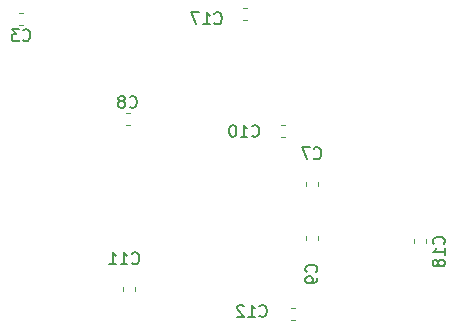
<source format=gbr>
G04 #@! TF.GenerationSoftware,KiCad,Pcbnew,(5.1.2-1)-1*
G04 #@! TF.CreationDate,2019-07-06T18:38:22+02:00*
G04 #@! TF.ProjectId,servonoid,73657276-6f6e-46f6-9964-2e6b69636164,rev?*
G04 #@! TF.SameCoordinates,Original*
G04 #@! TF.FileFunction,Legend,Bot*
G04 #@! TF.FilePolarity,Positive*
%FSLAX46Y46*%
G04 Gerber Fmt 4.6, Leading zero omitted, Abs format (unit mm)*
G04 Created by KiCad (PCBNEW (5.1.2-1)-1) date 2019-07-06 18:38:22*
%MOMM*%
%LPD*%
G04 APERTURE LIST*
%ADD10C,0.120000*%
%ADD11C,0.150000*%
G04 APERTURE END LIST*
D10*
X168654000Y-114838267D02*
X168654000Y-114495733D01*
X169674000Y-114838267D02*
X169674000Y-114495733D01*
X135224733Y-96395000D02*
X135567267Y-96395000D01*
X135224733Y-95375000D02*
X135567267Y-95375000D01*
X159510000Y-110012267D02*
X159510000Y-109669733D01*
X160530000Y-110012267D02*
X160530000Y-109669733D01*
X144584267Y-103884000D02*
X144241733Y-103884000D01*
X144584267Y-104904000D02*
X144241733Y-104904000D01*
X160530000Y-114269733D02*
X160530000Y-114612267D01*
X159510000Y-114269733D02*
X159510000Y-114612267D01*
X157421733Y-105920000D02*
X157764267Y-105920000D01*
X157421733Y-104900000D02*
X157764267Y-104900000D01*
X144016000Y-118930267D02*
X144016000Y-118587733D01*
X145036000Y-118930267D02*
X145036000Y-118587733D01*
X158554267Y-120394000D02*
X158211733Y-120394000D01*
X158554267Y-121414000D02*
X158211733Y-121414000D01*
X154490267Y-94994000D02*
X154147733Y-94994000D01*
X154490267Y-96014000D02*
X154147733Y-96014000D01*
D11*
X171172142Y-114927142D02*
X171219761Y-114879523D01*
X171267380Y-114736666D01*
X171267380Y-114641428D01*
X171219761Y-114498571D01*
X171124523Y-114403333D01*
X171029285Y-114355714D01*
X170838809Y-114308095D01*
X170695952Y-114308095D01*
X170505476Y-114355714D01*
X170410238Y-114403333D01*
X170315000Y-114498571D01*
X170267380Y-114641428D01*
X170267380Y-114736666D01*
X170315000Y-114879523D01*
X170362619Y-114927142D01*
X171267380Y-115879523D02*
X171267380Y-115308095D01*
X171267380Y-115593809D02*
X170267380Y-115593809D01*
X170410238Y-115498571D01*
X170505476Y-115403333D01*
X170553095Y-115308095D01*
X170695952Y-116450952D02*
X170648333Y-116355714D01*
X170600714Y-116308095D01*
X170505476Y-116260476D01*
X170457857Y-116260476D01*
X170362619Y-116308095D01*
X170315000Y-116355714D01*
X170267380Y-116450952D01*
X170267380Y-116641428D01*
X170315000Y-116736666D01*
X170362619Y-116784285D01*
X170457857Y-116831904D01*
X170505476Y-116831904D01*
X170600714Y-116784285D01*
X170648333Y-116736666D01*
X170695952Y-116641428D01*
X170695952Y-116450952D01*
X170743571Y-116355714D01*
X170791190Y-116308095D01*
X170886428Y-116260476D01*
X171076904Y-116260476D01*
X171172142Y-116308095D01*
X171219761Y-116355714D01*
X171267380Y-116450952D01*
X171267380Y-116641428D01*
X171219761Y-116736666D01*
X171172142Y-116784285D01*
X171076904Y-116831904D01*
X170886428Y-116831904D01*
X170791190Y-116784285D01*
X170743571Y-116736666D01*
X170695952Y-116641428D01*
X135562666Y-97672142D02*
X135610285Y-97719761D01*
X135753142Y-97767380D01*
X135848380Y-97767380D01*
X135991238Y-97719761D01*
X136086476Y-97624523D01*
X136134095Y-97529285D01*
X136181714Y-97338809D01*
X136181714Y-97195952D01*
X136134095Y-97005476D01*
X136086476Y-96910238D01*
X135991238Y-96815000D01*
X135848380Y-96767380D01*
X135753142Y-96767380D01*
X135610285Y-96815000D01*
X135562666Y-96862619D01*
X135229333Y-96767380D02*
X134610285Y-96767380D01*
X134943619Y-97148333D01*
X134800761Y-97148333D01*
X134705523Y-97195952D01*
X134657904Y-97243571D01*
X134610285Y-97338809D01*
X134610285Y-97576904D01*
X134657904Y-97672142D01*
X134705523Y-97719761D01*
X134800761Y-97767380D01*
X135086476Y-97767380D01*
X135181714Y-97719761D01*
X135229333Y-97672142D01*
X160186666Y-107672142D02*
X160234285Y-107719761D01*
X160377142Y-107767380D01*
X160472380Y-107767380D01*
X160615238Y-107719761D01*
X160710476Y-107624523D01*
X160758095Y-107529285D01*
X160805714Y-107338809D01*
X160805714Y-107195952D01*
X160758095Y-107005476D01*
X160710476Y-106910238D01*
X160615238Y-106815000D01*
X160472380Y-106767380D01*
X160377142Y-106767380D01*
X160234285Y-106815000D01*
X160186666Y-106862619D01*
X159853333Y-106767380D02*
X159186666Y-106767380D01*
X159615238Y-107767380D01*
X144579666Y-103321142D02*
X144627285Y-103368761D01*
X144770142Y-103416380D01*
X144865380Y-103416380D01*
X145008238Y-103368761D01*
X145103476Y-103273523D01*
X145151095Y-103178285D01*
X145198714Y-102987809D01*
X145198714Y-102844952D01*
X145151095Y-102654476D01*
X145103476Y-102559238D01*
X145008238Y-102464000D01*
X144865380Y-102416380D01*
X144770142Y-102416380D01*
X144627285Y-102464000D01*
X144579666Y-102511619D01*
X144008238Y-102844952D02*
X144103476Y-102797333D01*
X144151095Y-102749714D01*
X144198714Y-102654476D01*
X144198714Y-102606857D01*
X144151095Y-102511619D01*
X144103476Y-102464000D01*
X144008238Y-102416380D01*
X143817761Y-102416380D01*
X143722523Y-102464000D01*
X143674904Y-102511619D01*
X143627285Y-102606857D01*
X143627285Y-102654476D01*
X143674904Y-102749714D01*
X143722523Y-102797333D01*
X143817761Y-102844952D01*
X144008238Y-102844952D01*
X144103476Y-102892571D01*
X144151095Y-102940190D01*
X144198714Y-103035428D01*
X144198714Y-103225904D01*
X144151095Y-103321142D01*
X144103476Y-103368761D01*
X144008238Y-103416380D01*
X143817761Y-103416380D01*
X143722523Y-103368761D01*
X143674904Y-103321142D01*
X143627285Y-103225904D01*
X143627285Y-103035428D01*
X143674904Y-102940190D01*
X143722523Y-102892571D01*
X143817761Y-102844952D01*
X160377142Y-117308333D02*
X160424761Y-117260714D01*
X160472380Y-117117857D01*
X160472380Y-117022619D01*
X160424761Y-116879761D01*
X160329523Y-116784523D01*
X160234285Y-116736904D01*
X160043809Y-116689285D01*
X159900952Y-116689285D01*
X159710476Y-116736904D01*
X159615238Y-116784523D01*
X159520000Y-116879761D01*
X159472380Y-117022619D01*
X159472380Y-117117857D01*
X159520000Y-117260714D01*
X159567619Y-117308333D01*
X160472380Y-117784523D02*
X160472380Y-117975000D01*
X160424761Y-118070238D01*
X160377142Y-118117857D01*
X160234285Y-118213095D01*
X160043809Y-118260714D01*
X159662857Y-118260714D01*
X159567619Y-118213095D01*
X159520000Y-118165476D01*
X159472380Y-118070238D01*
X159472380Y-117879761D01*
X159520000Y-117784523D01*
X159567619Y-117736904D01*
X159662857Y-117689285D01*
X159900952Y-117689285D01*
X159996190Y-117736904D01*
X160043809Y-117784523D01*
X160091428Y-117879761D01*
X160091428Y-118070238D01*
X160043809Y-118165476D01*
X159996190Y-118213095D01*
X159900952Y-118260714D01*
X154947857Y-105767142D02*
X154995476Y-105814761D01*
X155138333Y-105862380D01*
X155233571Y-105862380D01*
X155376428Y-105814761D01*
X155471666Y-105719523D01*
X155519285Y-105624285D01*
X155566904Y-105433809D01*
X155566904Y-105290952D01*
X155519285Y-105100476D01*
X155471666Y-105005238D01*
X155376428Y-104910000D01*
X155233571Y-104862380D01*
X155138333Y-104862380D01*
X154995476Y-104910000D01*
X154947857Y-104957619D01*
X153995476Y-105862380D02*
X154566904Y-105862380D01*
X154281190Y-105862380D02*
X154281190Y-104862380D01*
X154376428Y-105005238D01*
X154471666Y-105100476D01*
X154566904Y-105148095D01*
X153376428Y-104862380D02*
X153281190Y-104862380D01*
X153185952Y-104910000D01*
X153138333Y-104957619D01*
X153090714Y-105052857D01*
X153043095Y-105243333D01*
X153043095Y-105481428D01*
X153090714Y-105671904D01*
X153138333Y-105767142D01*
X153185952Y-105814761D01*
X153281190Y-105862380D01*
X153376428Y-105862380D01*
X153471666Y-105814761D01*
X153519285Y-105767142D01*
X153566904Y-105671904D01*
X153614523Y-105481428D01*
X153614523Y-105243333D01*
X153566904Y-105052857D01*
X153519285Y-104957619D01*
X153471666Y-104910000D01*
X153376428Y-104862380D01*
X144787857Y-116562142D02*
X144835476Y-116609761D01*
X144978333Y-116657380D01*
X145073571Y-116657380D01*
X145216428Y-116609761D01*
X145311666Y-116514523D01*
X145359285Y-116419285D01*
X145406904Y-116228809D01*
X145406904Y-116085952D01*
X145359285Y-115895476D01*
X145311666Y-115800238D01*
X145216428Y-115705000D01*
X145073571Y-115657380D01*
X144978333Y-115657380D01*
X144835476Y-115705000D01*
X144787857Y-115752619D01*
X143835476Y-116657380D02*
X144406904Y-116657380D01*
X144121190Y-116657380D02*
X144121190Y-115657380D01*
X144216428Y-115800238D01*
X144311666Y-115895476D01*
X144406904Y-115943095D01*
X142883095Y-116657380D02*
X143454523Y-116657380D01*
X143168809Y-116657380D02*
X143168809Y-115657380D01*
X143264047Y-115800238D01*
X143359285Y-115895476D01*
X143454523Y-115943095D01*
X155582857Y-121007142D02*
X155630476Y-121054761D01*
X155773333Y-121102380D01*
X155868571Y-121102380D01*
X156011428Y-121054761D01*
X156106666Y-120959523D01*
X156154285Y-120864285D01*
X156201904Y-120673809D01*
X156201904Y-120530952D01*
X156154285Y-120340476D01*
X156106666Y-120245238D01*
X156011428Y-120150000D01*
X155868571Y-120102380D01*
X155773333Y-120102380D01*
X155630476Y-120150000D01*
X155582857Y-120197619D01*
X154630476Y-121102380D02*
X155201904Y-121102380D01*
X154916190Y-121102380D02*
X154916190Y-120102380D01*
X155011428Y-120245238D01*
X155106666Y-120340476D01*
X155201904Y-120388095D01*
X154249523Y-120197619D02*
X154201904Y-120150000D01*
X154106666Y-120102380D01*
X153868571Y-120102380D01*
X153773333Y-120150000D01*
X153725714Y-120197619D01*
X153678095Y-120292857D01*
X153678095Y-120388095D01*
X153725714Y-120530952D01*
X154297142Y-121102380D01*
X153678095Y-121102380D01*
X151772857Y-96242142D02*
X151820476Y-96289761D01*
X151963333Y-96337380D01*
X152058571Y-96337380D01*
X152201428Y-96289761D01*
X152296666Y-96194523D01*
X152344285Y-96099285D01*
X152391904Y-95908809D01*
X152391904Y-95765952D01*
X152344285Y-95575476D01*
X152296666Y-95480238D01*
X152201428Y-95385000D01*
X152058571Y-95337380D01*
X151963333Y-95337380D01*
X151820476Y-95385000D01*
X151772857Y-95432619D01*
X150820476Y-96337380D02*
X151391904Y-96337380D01*
X151106190Y-96337380D02*
X151106190Y-95337380D01*
X151201428Y-95480238D01*
X151296666Y-95575476D01*
X151391904Y-95623095D01*
X150487142Y-95337380D02*
X149820476Y-95337380D01*
X150249047Y-96337380D01*
M02*

</source>
